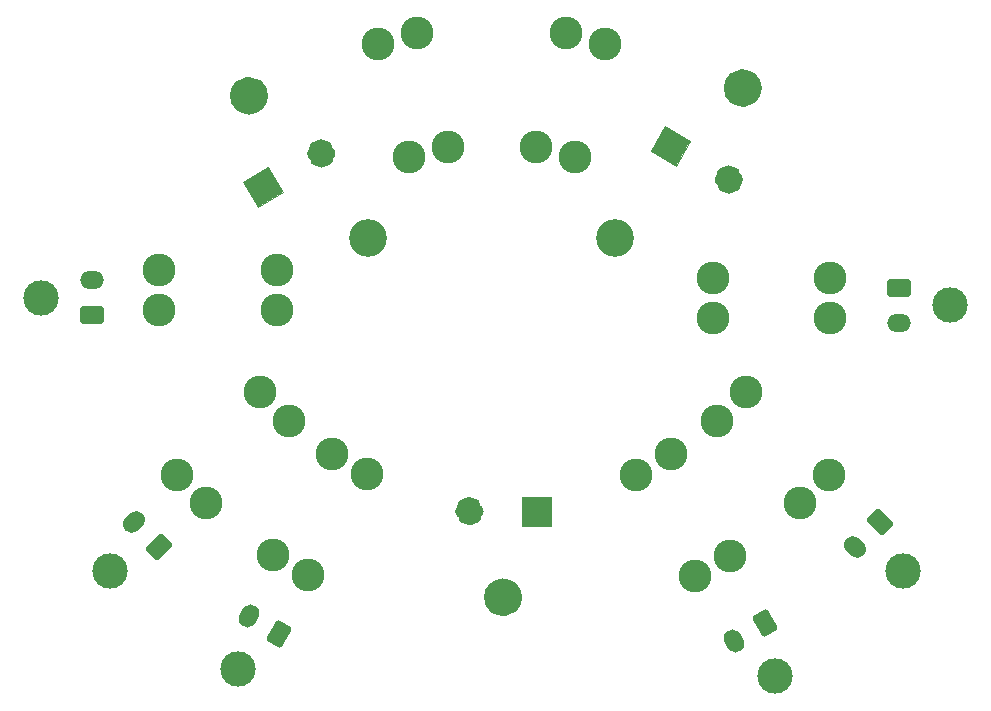
<source format=gbs>
G04 #@! TF.GenerationSoftware,KiCad,Pcbnew,(6.0.8-1)-1*
G04 #@! TF.CreationDate,2023-03-06T15:36:04-08:00*
G04 #@! TF.ProjectId,urban battery - power_distribution,75726261-6e20-4626-9174-74657279202d,rev?*
G04 #@! TF.SameCoordinates,Original*
G04 #@! TF.FileFunction,Soldermask,Bot*
G04 #@! TF.FilePolarity,Negative*
%FSLAX46Y46*%
G04 Gerber Fmt 4.6, Leading zero omitted, Abs format (unit mm)*
G04 Created by KiCad (PCBNEW (6.0.8-1)-1) date 2023-03-06 15:36:04*
%MOMM*%
%LPD*%
G01*
G04 APERTURE LIST*
G04 Aperture macros list*
%AMRoundRect*
0 Rectangle with rounded corners*
0 $1 Rounding radius*
0 $2 $3 $4 $5 $6 $7 $8 $9 X,Y pos of 4 corners*
0 Add a 4 corners polygon primitive as box body*
4,1,4,$2,$3,$4,$5,$6,$7,$8,$9,$2,$3,0*
0 Add four circle primitives for the rounded corners*
1,1,$1+$1,$2,$3*
1,1,$1+$1,$4,$5*
1,1,$1+$1,$6,$7*
1,1,$1+$1,$8,$9*
0 Add four rect primitives between the rounded corners*
20,1,$1+$1,$2,$3,$4,$5,0*
20,1,$1+$1,$4,$5,$6,$7,0*
20,1,$1+$1,$6,$7,$8,$9,0*
20,1,$1+$1,$8,$9,$2,$3,0*%
%AMHorizOval*
0 Thick line with rounded ends*
0 $1 width*
0 $2 $3 position (X,Y) of the first rounded end (center of the circle)*
0 $4 $5 position (X,Y) of the second rounded end (center of the circle)*
0 Add line between two ends*
20,1,$1,$2,$3,$4,$5,0*
0 Add two circle primitives to create the rounded ends*
1,1,$1,$2,$3*
1,1,$1,$4,$5*%
G04 Aperture macros list end*
%ADD10C,1.626200*%
%ADD11C,1.226200*%
%ADD12C,0.010000*%
%ADD13C,3.000000*%
%ADD14RoundRect,0.250001X0.813011X0.408179X-0.053012X0.908178X-0.813011X-0.408179X0.053012X-0.908178X0*%
%ADD15HorizOval,1.500000X0.130000X0.225167X-0.130000X-0.225167X0*%
%ADD16RoundRect,0.250001X0.759999X-0.499999X0.759999X0.499999X-0.759999X0.499999X-0.759999X-0.499999X0*%
%ADD17O,2.020000X1.500000*%
%ADD18C,3.200000*%
%ADD19C,2.780000*%
%ADD20C,3.100000*%
%ADD21RoundRect,0.250001X0.890953X0.183848X0.183848X0.890953X-0.890953X-0.183848X-0.183848X-0.890953X0*%
%ADD22HorizOval,1.500000X0.183848X0.183848X-0.183848X-0.183848X0*%
%ADD23RoundRect,0.250001X-0.759999X0.499999X-0.759999X-0.499999X0.759999X-0.499999X0.759999X0.499999X0*%
%ADD24RoundRect,0.250001X0.053012X0.908178X-0.813011X0.408179X-0.053012X-0.908178X0.813011X-0.408179X0*%
%ADD25HorizOval,1.500000X-0.130000X0.225167X0.130000X-0.225167X0*%
%ADD26RoundRect,0.250001X-0.183848X0.890953X-0.890953X0.183848X0.183848X-0.890953X0.890953X-0.183848X0*%
%ADD27HorizOval,1.500000X-0.183848X0.183848X0.183848X-0.183848X0*%
G04 APERTURE END LIST*
D10*
X96151272Y-105438481D02*
G75*
G03*
X96151272Y-105438481I-813100J0D01*
G01*
D11*
X102069445Y-110335466D02*
G75*
G03*
X102069445Y-110335466I-613100J0D01*
G01*
G36*
X98195020Y-113634286D02*
G01*
X96071180Y-114860486D01*
X94844980Y-112736646D01*
X96968820Y-111510446D01*
X98195020Y-113634286D01*
G37*
D12*
X98195020Y-113634286D02*
X96071180Y-114860486D01*
X94844980Y-112736646D01*
X96968820Y-111510446D01*
X98195020Y-113634286D01*
D10*
X117658100Y-147925000D02*
G75*
G03*
X117658100Y-147925000I-813100J0D01*
G01*
D11*
X114608100Y-140625000D02*
G75*
G03*
X114608100Y-140625000I-613100J0D01*
G01*
G36*
X120921200Y-141851200D02*
G01*
X118468800Y-141851200D01*
X118468800Y-139398800D01*
X120921200Y-139398800D01*
X120921200Y-141851200D01*
G37*
D12*
X120921200Y-141851200D02*
X118468800Y-141851200D01*
X118468800Y-139398800D01*
X120921200Y-139398800D01*
X120921200Y-141851200D01*
D11*
X136571942Y-112545466D02*
G75*
G03*
X136571942Y-112545466I-613100J0D01*
G01*
D10*
X137953769Y-104798481D02*
G75*
G03*
X137953769Y-104798481I-813100J0D01*
G01*
G36*
X132697517Y-109246646D02*
G01*
X131471317Y-111370486D01*
X129347477Y-110144286D01*
X130573677Y-108020446D01*
X132697517Y-109246646D01*
G37*
D12*
X132697517Y-109246646D02*
X131471317Y-111370486D01*
X129347477Y-110144286D01*
X130573677Y-108020446D01*
X132697517Y-109246646D01*
D13*
X94440000Y-153973110D03*
D14*
X97899038Y-150981880D03*
D15*
X95300962Y-149481880D03*
D13*
X77755000Y-122555000D03*
D16*
X82075000Y-124055000D03*
D17*
X82075000Y-121055000D03*
D18*
X105410000Y-117475000D03*
D19*
X131072243Y-135824514D03*
X128127757Y-137524514D03*
X133087757Y-146115486D03*
X136032243Y-144415486D03*
D18*
X126365000Y-117475000D03*
D20*
X95338172Y-105438481D03*
D13*
X83572513Y-145662487D03*
D21*
X87687874Y-143668446D03*
D22*
X85566554Y-141547126D03*
D20*
X116845000Y-147925000D03*
D19*
X112145817Y-109760999D03*
X108861669Y-110640984D03*
X106294184Y-101059000D03*
X109578332Y-100179015D03*
X134990669Y-132949832D03*
X137394832Y-130545669D03*
X144409331Y-137560168D03*
X142005168Y-139964331D03*
X122913332Y-110640985D03*
X119629184Y-109761000D03*
X125480817Y-101059001D03*
X122196669Y-100179016D03*
X97670000Y-120220000D03*
X97670000Y-123620000D03*
X87750000Y-123620000D03*
X87750000Y-120220000D03*
D13*
X154655000Y-123190000D03*
D23*
X150335000Y-121690000D03*
D17*
X150335000Y-124690000D03*
D19*
X134620000Y-124255000D03*
X134620000Y-120855000D03*
X144540000Y-124255000D03*
X144540000Y-120855000D03*
D13*
X139875000Y-154608110D03*
D24*
X139014038Y-150116880D03*
D25*
X136415962Y-151616880D03*
D19*
X96285169Y-130545669D03*
X98689332Y-132949832D03*
X89270670Y-137560168D03*
X91674833Y-139964331D03*
D20*
X137140669Y-104798481D03*
D13*
X150742487Y-145662487D03*
D26*
X148748446Y-141547126D03*
D27*
X146627126Y-143668446D03*
D19*
X105290000Y-137459028D03*
X102345514Y-135759028D03*
X100330000Y-146050000D03*
X97385514Y-144350000D03*
M02*

</source>
